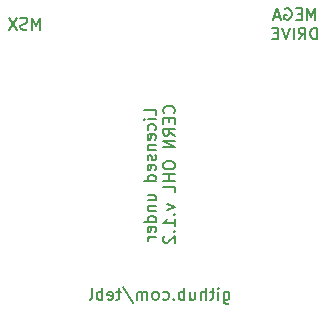
<source format=gbo>
G04 #@! TF.GenerationSoftware,KiCad,Pcbnew,(5.1.8)-1*
G04 #@! TF.CreationDate,2021-03-27T16:05:23+01:00*
G04 #@! TF.ProjectId,MSX Mega Adapter,4d535820-4d65-4676-9120-416461707465,rev?*
G04 #@! TF.SameCoordinates,Original*
G04 #@! TF.FileFunction,Legend,Bot*
G04 #@! TF.FilePolarity,Positive*
%FSLAX46Y46*%
G04 Gerber Fmt 4.6, Leading zero omitted, Abs format (unit mm)*
G04 Created by KiCad (PCBNEW (5.1.8)-1) date 2021-03-27 16:05:23*
%MOMM*%
%LPD*%
G01*
G04 APERTURE LIST*
%ADD10C,0.150000*%
G04 APERTURE END LIST*
D10*
X136849761Y-89320714D02*
X136849761Y-90130238D01*
X136897380Y-90225476D01*
X136945000Y-90273095D01*
X137040238Y-90320714D01*
X137183095Y-90320714D01*
X137278333Y-90273095D01*
X136849761Y-89939761D02*
X136945000Y-89987380D01*
X137135476Y-89987380D01*
X137230714Y-89939761D01*
X137278333Y-89892142D01*
X137325952Y-89796904D01*
X137325952Y-89511190D01*
X137278333Y-89415952D01*
X137230714Y-89368333D01*
X137135476Y-89320714D01*
X136945000Y-89320714D01*
X136849761Y-89368333D01*
X136373571Y-89987380D02*
X136373571Y-89320714D01*
X136373571Y-88987380D02*
X136421190Y-89035000D01*
X136373571Y-89082619D01*
X136325952Y-89035000D01*
X136373571Y-88987380D01*
X136373571Y-89082619D01*
X136040238Y-89320714D02*
X135659285Y-89320714D01*
X135897380Y-88987380D02*
X135897380Y-89844523D01*
X135849761Y-89939761D01*
X135754523Y-89987380D01*
X135659285Y-89987380D01*
X135325952Y-89987380D02*
X135325952Y-88987380D01*
X134897380Y-89987380D02*
X134897380Y-89463571D01*
X134945000Y-89368333D01*
X135040238Y-89320714D01*
X135183095Y-89320714D01*
X135278333Y-89368333D01*
X135325952Y-89415952D01*
X133992619Y-89320714D02*
X133992619Y-89987380D01*
X134421190Y-89320714D02*
X134421190Y-89844523D01*
X134373571Y-89939761D01*
X134278333Y-89987380D01*
X134135476Y-89987380D01*
X134040238Y-89939761D01*
X133992619Y-89892142D01*
X133516428Y-89987380D02*
X133516428Y-88987380D01*
X133516428Y-89368333D02*
X133421190Y-89320714D01*
X133230714Y-89320714D01*
X133135476Y-89368333D01*
X133087857Y-89415952D01*
X133040238Y-89511190D01*
X133040238Y-89796904D01*
X133087857Y-89892142D01*
X133135476Y-89939761D01*
X133230714Y-89987380D01*
X133421190Y-89987380D01*
X133516428Y-89939761D01*
X132611666Y-89892142D02*
X132564047Y-89939761D01*
X132611666Y-89987380D01*
X132659285Y-89939761D01*
X132611666Y-89892142D01*
X132611666Y-89987380D01*
X131706904Y-89939761D02*
X131802142Y-89987380D01*
X131992619Y-89987380D01*
X132087857Y-89939761D01*
X132135476Y-89892142D01*
X132183095Y-89796904D01*
X132183095Y-89511190D01*
X132135476Y-89415952D01*
X132087857Y-89368333D01*
X131992619Y-89320714D01*
X131802142Y-89320714D01*
X131706904Y-89368333D01*
X131135476Y-89987380D02*
X131230714Y-89939761D01*
X131278333Y-89892142D01*
X131325952Y-89796904D01*
X131325952Y-89511190D01*
X131278333Y-89415952D01*
X131230714Y-89368333D01*
X131135476Y-89320714D01*
X130992619Y-89320714D01*
X130897380Y-89368333D01*
X130849761Y-89415952D01*
X130802142Y-89511190D01*
X130802142Y-89796904D01*
X130849761Y-89892142D01*
X130897380Y-89939761D01*
X130992619Y-89987380D01*
X131135476Y-89987380D01*
X130373571Y-89987380D02*
X130373571Y-89320714D01*
X130373571Y-89415952D02*
X130325952Y-89368333D01*
X130230714Y-89320714D01*
X130087857Y-89320714D01*
X129992619Y-89368333D01*
X129945000Y-89463571D01*
X129945000Y-89987380D01*
X129945000Y-89463571D02*
X129897380Y-89368333D01*
X129802142Y-89320714D01*
X129659285Y-89320714D01*
X129564047Y-89368333D01*
X129516428Y-89463571D01*
X129516428Y-89987380D01*
X128325952Y-88939761D02*
X129183095Y-90225476D01*
X128135476Y-89320714D02*
X127754523Y-89320714D01*
X127992619Y-88987380D02*
X127992619Y-89844523D01*
X127945000Y-89939761D01*
X127849761Y-89987380D01*
X127754523Y-89987380D01*
X127040238Y-89939761D02*
X127135476Y-89987380D01*
X127325952Y-89987380D01*
X127421190Y-89939761D01*
X127468809Y-89844523D01*
X127468809Y-89463571D01*
X127421190Y-89368333D01*
X127325952Y-89320714D01*
X127135476Y-89320714D01*
X127040238Y-89368333D01*
X126992619Y-89463571D01*
X126992619Y-89558809D01*
X127468809Y-89654047D01*
X126564047Y-89987380D02*
X126564047Y-88987380D01*
X126564047Y-89368333D02*
X126468809Y-89320714D01*
X126278333Y-89320714D01*
X126183095Y-89368333D01*
X126135476Y-89415952D01*
X126087857Y-89511190D01*
X126087857Y-89796904D01*
X126135476Y-89892142D01*
X126183095Y-89939761D01*
X126278333Y-89987380D01*
X126468809Y-89987380D01*
X126564047Y-89939761D01*
X125516428Y-89987380D02*
X125611666Y-89939761D01*
X125659285Y-89844523D01*
X125659285Y-88987380D01*
X144589285Y-66302380D02*
X144589285Y-65302380D01*
X144255952Y-66016666D01*
X143922619Y-65302380D01*
X143922619Y-66302380D01*
X143446428Y-65778571D02*
X143113095Y-65778571D01*
X142970238Y-66302380D02*
X143446428Y-66302380D01*
X143446428Y-65302380D01*
X142970238Y-65302380D01*
X142017857Y-65350000D02*
X142113095Y-65302380D01*
X142255952Y-65302380D01*
X142398809Y-65350000D01*
X142494047Y-65445238D01*
X142541666Y-65540476D01*
X142589285Y-65730952D01*
X142589285Y-65873809D01*
X142541666Y-66064285D01*
X142494047Y-66159523D01*
X142398809Y-66254761D01*
X142255952Y-66302380D01*
X142160714Y-66302380D01*
X142017857Y-66254761D01*
X141970238Y-66207142D01*
X141970238Y-65873809D01*
X142160714Y-65873809D01*
X141589285Y-66016666D02*
X141113095Y-66016666D01*
X141684523Y-66302380D02*
X141351190Y-65302380D01*
X141017857Y-66302380D01*
X144755952Y-67952380D02*
X144755952Y-66952380D01*
X144517857Y-66952380D01*
X144375000Y-67000000D01*
X144279761Y-67095238D01*
X144232142Y-67190476D01*
X144184523Y-67380952D01*
X144184523Y-67523809D01*
X144232142Y-67714285D01*
X144279761Y-67809523D01*
X144375000Y-67904761D01*
X144517857Y-67952380D01*
X144755952Y-67952380D01*
X143184523Y-67952380D02*
X143517857Y-67476190D01*
X143755952Y-67952380D02*
X143755952Y-66952380D01*
X143375000Y-66952380D01*
X143279761Y-67000000D01*
X143232142Y-67047619D01*
X143184523Y-67142857D01*
X143184523Y-67285714D01*
X143232142Y-67380952D01*
X143279761Y-67428571D01*
X143375000Y-67476190D01*
X143755952Y-67476190D01*
X142755952Y-67952380D02*
X142755952Y-66952380D01*
X142422619Y-66952380D02*
X142089285Y-67952380D01*
X141755952Y-66952380D01*
X141422619Y-67428571D02*
X141089285Y-67428571D01*
X140946428Y-67952380D02*
X141422619Y-67952380D01*
X141422619Y-66952380D01*
X140946428Y-66952380D01*
X121300714Y-67127380D02*
X121300714Y-66127380D01*
X120967380Y-66841666D01*
X120634047Y-66127380D01*
X120634047Y-67127380D01*
X120205476Y-67079761D02*
X120062619Y-67127380D01*
X119824523Y-67127380D01*
X119729285Y-67079761D01*
X119681666Y-67032142D01*
X119634047Y-66936904D01*
X119634047Y-66841666D01*
X119681666Y-66746428D01*
X119729285Y-66698809D01*
X119824523Y-66651190D01*
X120015000Y-66603571D01*
X120110238Y-66555952D01*
X120157857Y-66508333D01*
X120205476Y-66413095D01*
X120205476Y-66317857D01*
X120157857Y-66222619D01*
X120110238Y-66175000D01*
X120015000Y-66127380D01*
X119776904Y-66127380D01*
X119634047Y-66175000D01*
X119300714Y-66127380D02*
X118634047Y-67127380D01*
X118634047Y-66127380D02*
X119300714Y-67127380D01*
X131072380Y-74375000D02*
X131072380Y-73898809D01*
X130072380Y-73898809D01*
X131072380Y-74708333D02*
X130405714Y-74708333D01*
X130072380Y-74708333D02*
X130120000Y-74660714D01*
X130167619Y-74708333D01*
X130120000Y-74755952D01*
X130072380Y-74708333D01*
X130167619Y-74708333D01*
X131024761Y-75613095D02*
X131072380Y-75517857D01*
X131072380Y-75327380D01*
X131024761Y-75232142D01*
X130977142Y-75184523D01*
X130881904Y-75136904D01*
X130596190Y-75136904D01*
X130500952Y-75184523D01*
X130453333Y-75232142D01*
X130405714Y-75327380D01*
X130405714Y-75517857D01*
X130453333Y-75613095D01*
X131024761Y-76422619D02*
X131072380Y-76327380D01*
X131072380Y-76136904D01*
X131024761Y-76041666D01*
X130929523Y-75994047D01*
X130548571Y-75994047D01*
X130453333Y-76041666D01*
X130405714Y-76136904D01*
X130405714Y-76327380D01*
X130453333Y-76422619D01*
X130548571Y-76470238D01*
X130643809Y-76470238D01*
X130739047Y-75994047D01*
X130405714Y-76898809D02*
X131072380Y-76898809D01*
X130500952Y-76898809D02*
X130453333Y-76946428D01*
X130405714Y-77041666D01*
X130405714Y-77184523D01*
X130453333Y-77279761D01*
X130548571Y-77327380D01*
X131072380Y-77327380D01*
X131024761Y-77755952D02*
X131072380Y-77851190D01*
X131072380Y-78041666D01*
X131024761Y-78136904D01*
X130929523Y-78184523D01*
X130881904Y-78184523D01*
X130786666Y-78136904D01*
X130739047Y-78041666D01*
X130739047Y-77898809D01*
X130691428Y-77803571D01*
X130596190Y-77755952D01*
X130548571Y-77755952D01*
X130453333Y-77803571D01*
X130405714Y-77898809D01*
X130405714Y-78041666D01*
X130453333Y-78136904D01*
X131024761Y-78994047D02*
X131072380Y-78898809D01*
X131072380Y-78708333D01*
X131024761Y-78613095D01*
X130929523Y-78565476D01*
X130548571Y-78565476D01*
X130453333Y-78613095D01*
X130405714Y-78708333D01*
X130405714Y-78898809D01*
X130453333Y-78994047D01*
X130548571Y-79041666D01*
X130643809Y-79041666D01*
X130739047Y-78565476D01*
X131072380Y-79898809D02*
X130072380Y-79898809D01*
X131024761Y-79898809D02*
X131072380Y-79803571D01*
X131072380Y-79613095D01*
X131024761Y-79517857D01*
X130977142Y-79470238D01*
X130881904Y-79422619D01*
X130596190Y-79422619D01*
X130500952Y-79470238D01*
X130453333Y-79517857D01*
X130405714Y-79613095D01*
X130405714Y-79803571D01*
X130453333Y-79898809D01*
X130405714Y-81565476D02*
X131072380Y-81565476D01*
X130405714Y-81136904D02*
X130929523Y-81136904D01*
X131024761Y-81184523D01*
X131072380Y-81279761D01*
X131072380Y-81422619D01*
X131024761Y-81517857D01*
X130977142Y-81565476D01*
X130405714Y-82041666D02*
X131072380Y-82041666D01*
X130500952Y-82041666D02*
X130453333Y-82089285D01*
X130405714Y-82184523D01*
X130405714Y-82327380D01*
X130453333Y-82422619D01*
X130548571Y-82470238D01*
X131072380Y-82470238D01*
X131072380Y-83375000D02*
X130072380Y-83375000D01*
X131024761Y-83375000D02*
X131072380Y-83279761D01*
X131072380Y-83089285D01*
X131024761Y-82994047D01*
X130977142Y-82946428D01*
X130881904Y-82898809D01*
X130596190Y-82898809D01*
X130500952Y-82946428D01*
X130453333Y-82994047D01*
X130405714Y-83089285D01*
X130405714Y-83279761D01*
X130453333Y-83375000D01*
X131024761Y-84232142D02*
X131072380Y-84136904D01*
X131072380Y-83946428D01*
X131024761Y-83851190D01*
X130929523Y-83803571D01*
X130548571Y-83803571D01*
X130453333Y-83851190D01*
X130405714Y-83946428D01*
X130405714Y-84136904D01*
X130453333Y-84232142D01*
X130548571Y-84279761D01*
X130643809Y-84279761D01*
X130739047Y-83803571D01*
X131072380Y-84708333D02*
X130405714Y-84708333D01*
X130596190Y-84708333D02*
X130500952Y-84755952D01*
X130453333Y-84803571D01*
X130405714Y-84898809D01*
X130405714Y-84994047D01*
X132627142Y-74184523D02*
X132674761Y-74136904D01*
X132722380Y-73994047D01*
X132722380Y-73898809D01*
X132674761Y-73755952D01*
X132579523Y-73660714D01*
X132484285Y-73613095D01*
X132293809Y-73565476D01*
X132150952Y-73565476D01*
X131960476Y-73613095D01*
X131865238Y-73660714D01*
X131770000Y-73755952D01*
X131722380Y-73898809D01*
X131722380Y-73994047D01*
X131770000Y-74136904D01*
X131817619Y-74184523D01*
X132198571Y-74613095D02*
X132198571Y-74946428D01*
X132722380Y-75089285D02*
X132722380Y-74613095D01*
X131722380Y-74613095D01*
X131722380Y-75089285D01*
X132722380Y-76089285D02*
X132246190Y-75755952D01*
X132722380Y-75517857D02*
X131722380Y-75517857D01*
X131722380Y-75898809D01*
X131770000Y-75994047D01*
X131817619Y-76041666D01*
X131912857Y-76089285D01*
X132055714Y-76089285D01*
X132150952Y-76041666D01*
X132198571Y-75994047D01*
X132246190Y-75898809D01*
X132246190Y-75517857D01*
X132722380Y-76517857D02*
X131722380Y-76517857D01*
X132722380Y-77089285D01*
X131722380Y-77089285D01*
X131722380Y-78517857D02*
X131722380Y-78708333D01*
X131770000Y-78803571D01*
X131865238Y-78898809D01*
X132055714Y-78946428D01*
X132389047Y-78946428D01*
X132579523Y-78898809D01*
X132674761Y-78803571D01*
X132722380Y-78708333D01*
X132722380Y-78517857D01*
X132674761Y-78422619D01*
X132579523Y-78327380D01*
X132389047Y-78279761D01*
X132055714Y-78279761D01*
X131865238Y-78327380D01*
X131770000Y-78422619D01*
X131722380Y-78517857D01*
X132722380Y-79375000D02*
X131722380Y-79375000D01*
X132198571Y-79375000D02*
X132198571Y-79946428D01*
X132722380Y-79946428D02*
X131722380Y-79946428D01*
X132722380Y-80898809D02*
X132722380Y-80422619D01*
X131722380Y-80422619D01*
X132055714Y-81898809D02*
X132722380Y-82136904D01*
X132055714Y-82375000D01*
X132627142Y-82755952D02*
X132674761Y-82803571D01*
X132722380Y-82755952D01*
X132674761Y-82708333D01*
X132627142Y-82755952D01*
X132722380Y-82755952D01*
X132722380Y-83755952D02*
X132722380Y-83184523D01*
X132722380Y-83470238D02*
X131722380Y-83470238D01*
X131865238Y-83375000D01*
X131960476Y-83279761D01*
X132008095Y-83184523D01*
X132627142Y-84184523D02*
X132674761Y-84232142D01*
X132722380Y-84184523D01*
X132674761Y-84136904D01*
X132627142Y-84184523D01*
X132722380Y-84184523D01*
X131817619Y-84613095D02*
X131770000Y-84660714D01*
X131722380Y-84755952D01*
X131722380Y-84994047D01*
X131770000Y-85089285D01*
X131817619Y-85136904D01*
X131912857Y-85184523D01*
X132008095Y-85184523D01*
X132150952Y-85136904D01*
X132722380Y-84565476D01*
X132722380Y-85184523D01*
M02*

</source>
